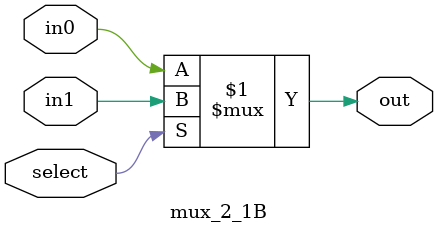
<source format=v>
module mux_2_1B(out, select, in0, in1);
	input select;
	input in0, in1;
	output out;
	assign out = select ? in1 : in0;
endmodule
</source>
